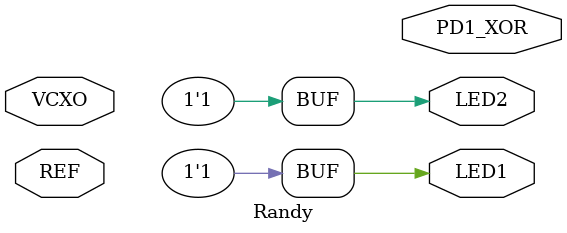
<source format=v>
module Randy
	(
		input REF,
		input VCXO,
		output PD1_XOR,
		output LED1,
		output LED2
	);

	// Light up active-high LEDs
	assign LED1 = 1'b1;
	assign LED2 = 1'b1;

endmodule

</source>
